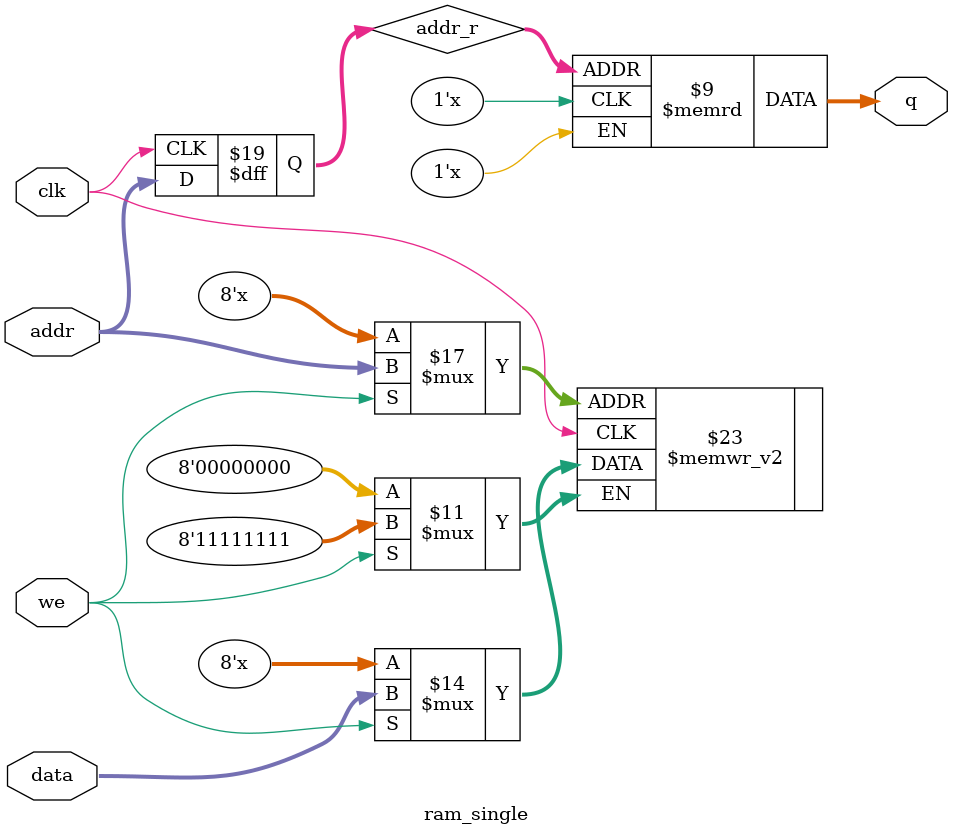
<source format=v>

module vram (
  input clk,
  input [15:0] addr_rd,
  input [15:0] addr_wr,
  input [23:0] din,
  output reg [23:0] dout,
  input we
);

reg [23:0] memory[320*200:0];	// 1111 1010 0000 0000

// The hex_memory_file.mem or bin_memory_file.mem file consists of text hex/binary values separated by whitespace:
// space, tab, and newline.

initial
begin
	$display( "Loading rom." );
	// $readmemh( "rom_image.mem", memory );
end

always @(posedge clk)
  if (we) memory[addr_wr] <= din;

always @(posedge clk)
  dout <= memory[addr_rd];
  
endmodule

// RAM avec une seule ligne d'adresse et de donnee __________________________________________________________________________________________

module ram_single #(
	parameter DATA_WIDTH=8,				// width of data bus
	parameter ADDR_WIDTH=8				// width of addresses buses
)
(
	input [(DATA_WIDTH-1):0] data,	// data to be written
	input [(ADDR_WIDTH-1):0] addr,	// address for write/read operation
	input we,								// write enable signal
	input clk,								// clock signal
	output [(DATA_WIDTH-1):0] q		// read data
);

reg [DATA_WIDTH-1:0] ram [2**ADDR_WIDTH-1:0];
reg [ADDR_WIDTH-1:0] addr_r;

always @(posedge clk)
begin											// WRITE
	if (we)
	begin
		ram[addr] <= data;
	end
	addr_r <= addr;
end

assign q = ram[addr_r];					// READ

endmodule


</source>
